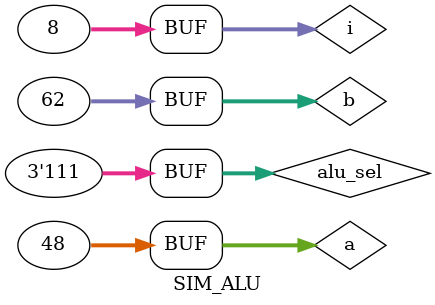
<source format=v>
`timescale 1ns / 1ps


module SIM_ALU();

    reg [31:0] a;
    reg [31:0] b;
    reg [2:0] alu_sel;
    wire [31:0] res;
    wire ZERO;
    integer i;

    ALU alu(a, b, alu_sel, res, ZERO);

    initial begin
        a = 32'h0000_0030;
        b = 32'h0000_003e;
        #10 begin
            for (i = 0; i <= 3'b111; i = i + 1'b1) begin
                #10 alu_sel = i;
            end
        end
    end

endmodule

</source>
